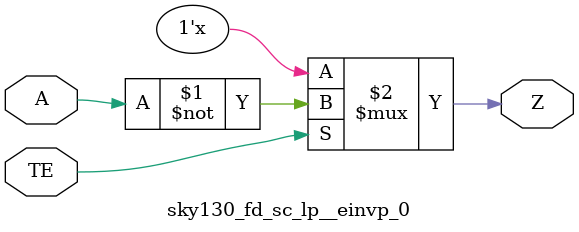
<source format=v>
/*
 * Copyright 2020 The SkyWater PDK Authors
 *
 * Licensed under the Apache License, Version 2.0 (the "License");
 * you may not use this file except in compliance with the License.
 * You may obtain a copy of the License at
 *
 *     https://www.apache.org/licenses/LICENSE-2.0
 *
 * Unless required by applicable law or agreed to in writing, software
 * distributed under the License is distributed on an "AS IS" BASIS,
 * WITHOUT WARRANTIES OR CONDITIONS OF ANY KIND, either express or implied.
 * See the License for the specific language governing permissions and
 * limitations under the License.
 *
 * SPDX-License-Identifier: Apache-2.0
*/


`ifndef SKY130_FD_SC_LP__EINVP_0_FUNCTIONAL_V
`define SKY130_FD_SC_LP__EINVP_0_FUNCTIONAL_V

/**
 * einvp: Tri-state inverter, positive enable.
 *
 * Verilog simulation functional model.
 */

`timescale 1ns / 1ps
`default_nettype none

`celldefine
module sky130_fd_sc_lp__einvp_0 (
    Z ,
    A ,
    TE
);

    // Module ports
    output Z ;
    input  A ;
    input  TE;

    //     Name     Output  Other arguments
    notif1 notif10 (Z     , A, TE          );

endmodule
`endcelldefine

`default_nettype wire
`endif  // SKY130_FD_SC_LP__EINVP_0_FUNCTIONAL_V

</source>
